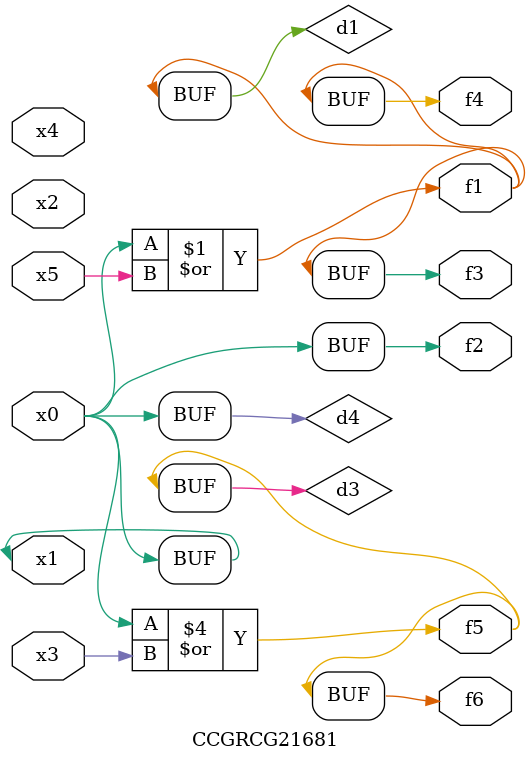
<source format=v>
module CCGRCG21681(
	input x0, x1, x2, x3, x4, x5,
	output f1, f2, f3, f4, f5, f6
);

	wire d1, d2, d3, d4;

	or (d1, x0, x5);
	xnor (d2, x1, x4);
	or (d3, x0, x3);
	buf (d4, x0, x1);
	assign f1 = d1;
	assign f2 = d4;
	assign f3 = d1;
	assign f4 = d1;
	assign f5 = d3;
	assign f6 = d3;
endmodule

</source>
